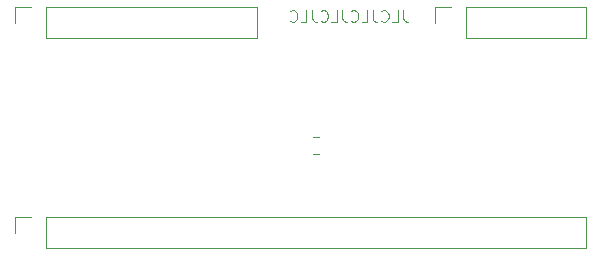
<source format=gbr>
%TF.GenerationSoftware,KiCad,Pcbnew,(6.0.0-0)*%
%TF.CreationDate,2022-07-06T04:59:43-04:00*%
%TF.ProjectId,RAM-Breakout,52414d2d-4272-4656-916b-6f75742e6b69,rev?*%
%TF.SameCoordinates,Original*%
%TF.FileFunction,Legend,Bot*%
%TF.FilePolarity,Positive*%
%FSLAX46Y46*%
G04 Gerber Fmt 4.6, Leading zero omitted, Abs format (unit mm)*
G04 Created by KiCad (PCBNEW (6.0.0-0)) date 2022-07-06 04:59:43*
%MOMM*%
%LPD*%
G01*
G04 APERTURE LIST*
%ADD10C,0.100000*%
%ADD11C,0.120000*%
G04 APERTURE END LIST*
D10*
X150415047Y-105624380D02*
X150415047Y-106338666D01*
X150462666Y-106481523D01*
X150557904Y-106576761D01*
X150700761Y-106624380D01*
X150796000Y-106624380D01*
X149462666Y-106624380D02*
X149938857Y-106624380D01*
X149938857Y-105624380D01*
X148557904Y-106529142D02*
X148605523Y-106576761D01*
X148748380Y-106624380D01*
X148843619Y-106624380D01*
X148986476Y-106576761D01*
X149081714Y-106481523D01*
X149129333Y-106386285D01*
X149176952Y-106195809D01*
X149176952Y-106052952D01*
X149129333Y-105862476D01*
X149081714Y-105767238D01*
X148986476Y-105672000D01*
X148843619Y-105624380D01*
X148748380Y-105624380D01*
X148605523Y-105672000D01*
X148557904Y-105719619D01*
X147843619Y-105624380D02*
X147843619Y-106338666D01*
X147891238Y-106481523D01*
X147986476Y-106576761D01*
X148129333Y-106624380D01*
X148224571Y-106624380D01*
X146891238Y-106624380D02*
X147367428Y-106624380D01*
X147367428Y-105624380D01*
X145986476Y-106529142D02*
X146034095Y-106576761D01*
X146176952Y-106624380D01*
X146272190Y-106624380D01*
X146415047Y-106576761D01*
X146510285Y-106481523D01*
X146557904Y-106386285D01*
X146605523Y-106195809D01*
X146605523Y-106052952D01*
X146557904Y-105862476D01*
X146510285Y-105767238D01*
X146415047Y-105672000D01*
X146272190Y-105624380D01*
X146176952Y-105624380D01*
X146034095Y-105672000D01*
X145986476Y-105719619D01*
X145272190Y-105624380D02*
X145272190Y-106338666D01*
X145319809Y-106481523D01*
X145415047Y-106576761D01*
X145557904Y-106624380D01*
X145653142Y-106624380D01*
X144319809Y-106624380D02*
X144796000Y-106624380D01*
X144796000Y-105624380D01*
X143415047Y-106529142D02*
X143462666Y-106576761D01*
X143605523Y-106624380D01*
X143700761Y-106624380D01*
X143843619Y-106576761D01*
X143938857Y-106481523D01*
X143986476Y-106386285D01*
X144034095Y-106195809D01*
X144034095Y-106052952D01*
X143986476Y-105862476D01*
X143938857Y-105767238D01*
X143843619Y-105672000D01*
X143700761Y-105624380D01*
X143605523Y-105624380D01*
X143462666Y-105672000D01*
X143415047Y-105719619D01*
X142700761Y-105624380D02*
X142700761Y-106338666D01*
X142748380Y-106481523D01*
X142843619Y-106576761D01*
X142986476Y-106624380D01*
X143081714Y-106624380D01*
X141748380Y-106624380D02*
X142224571Y-106624380D01*
X142224571Y-105624380D01*
X140843619Y-106529142D02*
X140891238Y-106576761D01*
X141034095Y-106624380D01*
X141129333Y-106624380D01*
X141272190Y-106576761D01*
X141367428Y-106481523D01*
X141415047Y-106386285D01*
X141462666Y-106195809D01*
X141462666Y-106052952D01*
X141415047Y-105862476D01*
X141367428Y-105767238D01*
X141272190Y-105672000D01*
X141129333Y-105624380D01*
X141034095Y-105624380D01*
X140891238Y-105672000D01*
X140843619Y-105719619D01*
D11*
%TO.C,C1*%
X142806748Y-117829000D02*
X143329252Y-117829000D01*
X142806748Y-116359000D02*
X143329252Y-116359000D01*
%TO.C,J3*%
X137997000Y-105350000D02*
X137997000Y-108010000D01*
X120157000Y-105350000D02*
X137997000Y-105350000D01*
X120157000Y-108010000D02*
X137997000Y-108010000D01*
X120157000Y-105350000D02*
X120157000Y-108010000D01*
X118887000Y-105350000D02*
X117557000Y-105350000D01*
X117557000Y-105350000D02*
X117557000Y-106680000D01*
%TO.C,J2*%
X165927000Y-105350000D02*
X165927000Y-108010000D01*
X155707000Y-105350000D02*
X165927000Y-105350000D01*
X155707000Y-108010000D02*
X165927000Y-108010000D01*
X155707000Y-105350000D02*
X155707000Y-108010000D01*
X154437000Y-105350000D02*
X153107000Y-105350000D01*
X153107000Y-105350000D02*
X153107000Y-106680000D01*
%TO.C,J1*%
X165932000Y-123130000D02*
X165932000Y-125790000D01*
X120152000Y-123130000D02*
X165932000Y-123130000D01*
X120152000Y-125790000D02*
X165932000Y-125790000D01*
X120152000Y-123130000D02*
X120152000Y-125790000D01*
X118882000Y-123130000D02*
X117552000Y-123130000D01*
X117552000Y-123130000D02*
X117552000Y-124460000D01*
%TD*%
M02*

</source>
